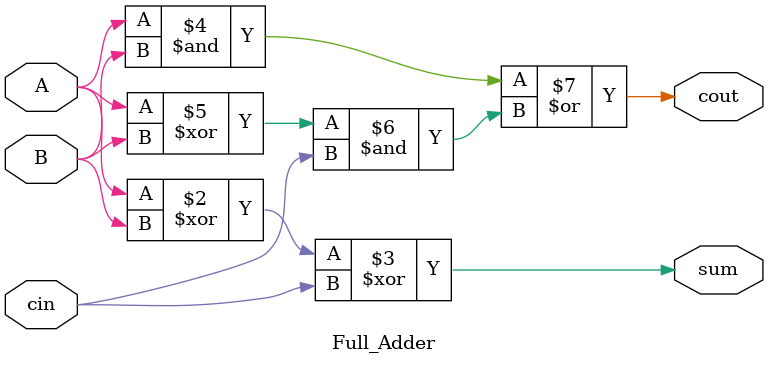
<source format=v>
module Full_Adder
(
	input A, B, cin,
	output reg sum , cout
);
	
	always @(*)
	begin
		sum = A ^ B ^ cin;
		cout = A & B|(A ^ B) & cin;
	
	end
	
endmodule 
</source>
